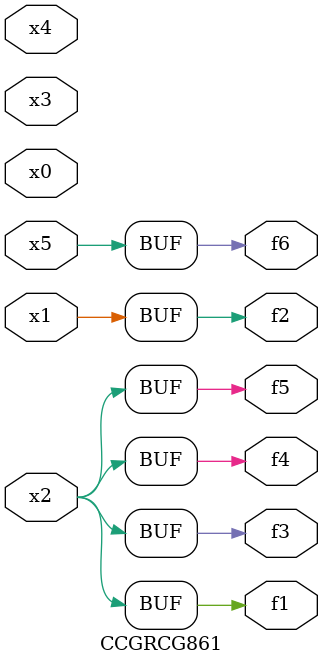
<source format=v>
module CCGRCG861(
	input x0, x1, x2, x3, x4, x5,
	output f1, f2, f3, f4, f5, f6
);
	assign f1 = x2;
	assign f2 = x1;
	assign f3 = x2;
	assign f4 = x2;
	assign f5 = x2;
	assign f6 = x5;
endmodule

</source>
